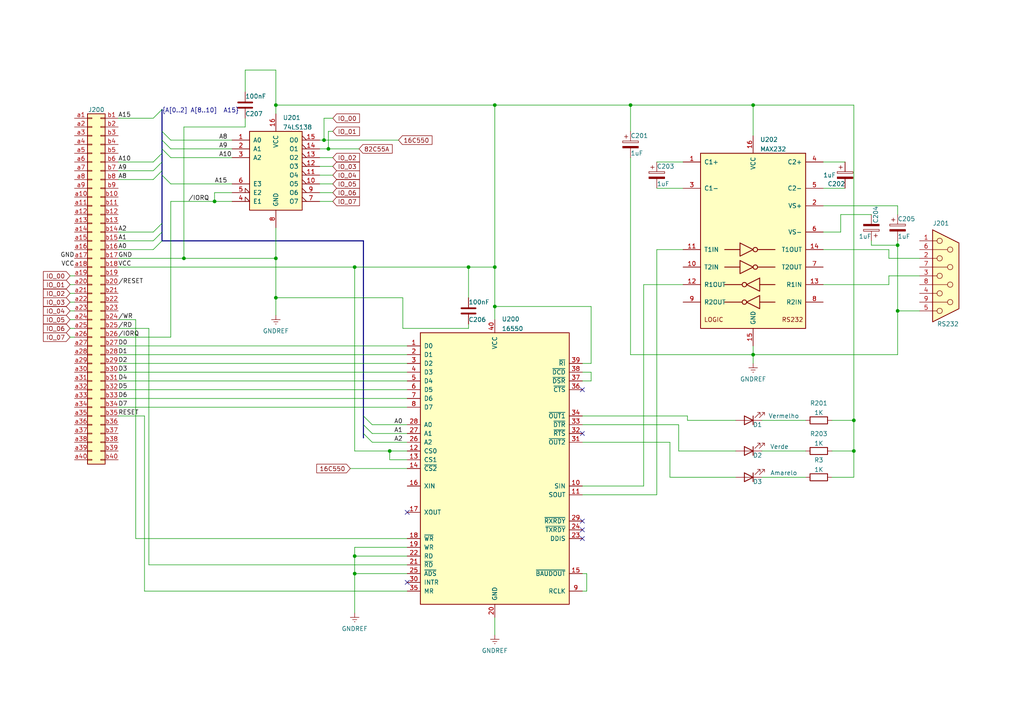
<source format=kicad_sch>
(kicad_sch (version 20211123) (generator eeschema)
  (paper "A4")
  (title_block (title "HMC56") (date "2024-02-11") (rev "A") (company "Open Software") (comment 1 "Retro computer HMC56 using R6502") (comment 2 "Paulo da Silva (pdsilva)") (comment 3 "ppsilv gmail com"))
  (lib_symbols
    (symbol "74xx:74LS138" (pin_names (offset 1.016))
      (property "Reference" "U" (at -7.62 11.43 0))
      (property "Value" "74LS138" (at -7.62 -13.97 0))
      (symbol "74LS138_1_0"
        (pin input line (at -12.7 7.62 0) (length 5.08) (name "A0") (number "1"))
        (pin output output_low (at 12.7 -5.08 180) (length 5.08) (name "O5") (number "10"))
        (pin output output_low (at 12.7 -2.54 180) (length 5.08) (name "O4") (number "11"))
        (pin output output_low (at 12.7 0 180) (length 5.08) (name "O3") (number "12"))
        (pin output output_low (at 12.7 2.54 180) (length 5.08) (name "O2") (number "13"))
        (pin output output_low (at 12.7 5.08 180) (length 5.08) (name "O1") (number "14"))
        (pin output output_low (at 12.7 7.62 180) (length 5.08) (name "O0") (number "15"))
        (pin power_in line (at 0 15.24 270) (length 5.08) (name "VCC") (number "16"))
        (pin input line (at -12.7 5.08 0) (length 5.08) (name "A1") (number "2"))
        (pin input line (at -12.7 2.54 0) (length 5.08) (name "A2") (number "3"))
        (pin input input_low (at -12.7 -10.16 0) (length 5.08) (name "E1") (number "4"))
        (pin input input_low (at -12.7 -7.62 0) (length 5.08) (name "E2") (number "5"))
        (pin input line (at -12.7 -5.08 0) (length 5.08) (name "E3") (number "6"))
        (pin output output_low (at 12.7 -10.16 180) (length 5.08) (name "O7") (number "7"))
        (pin power_in line (at 0 -17.78 90) (length 5.08) (name "GND") (number "8"))
        (pin output output_low (at 12.7 -7.62 180) (length 5.08) (name "O6") (number "9"))
      )
      (symbol "74LS138_1_1"
        (rectangle (start -7.62 10.16) (end 7.62 -12.7) (stroke (width 0.254)) (fill (type background)))
      )
    )
    (symbol "Connector:DB9_Female" (pin_names (offset 1.016) hide)
      (property "Reference" "J" (at 0 13.97 0))
      (property "Value" "DB9_Female" (at 0 -14.605 0))
      (symbol "DB9_Female_0_1"
        (circle (center -1.778 -10.16) (radius 0.762))
        (circle (center -1.778 -5.08) (radius 0.762))
        (circle (center -1.778 0) (radius 0.762))
        (circle (center -1.778 5.08) (radius 0.762))
        (circle (center -1.778 10.16) (radius 0.762))
        (polyline (pts (xy -3.81 -10.16) (xy -2.54 -10.16)))
        (polyline (pts (xy -3.81 -7.62) (xy 0.508 -7.62)))
        (polyline (pts (xy -3.81 -5.08) (xy -2.54 -5.08)))
        (polyline (pts (xy -3.81 -2.54) (xy 0.508 -2.54)))
        (polyline (pts (xy -3.81 0) (xy -2.54 0)))
        (polyline (pts (xy -3.81 2.54) (xy 0.508 2.54)))
        (polyline (pts (xy -3.81 5.08) (xy -2.54 5.08)))
        (polyline (pts (xy -3.81 7.62) (xy 0.508 7.62)))
        (polyline (pts (xy -3.81 10.16) (xy -2.54 10.16)))
        (polyline (pts (xy -3.81 13.335) (xy -3.81 -13.335) (xy 3.81 -9.525) (xy 3.81 9.525) (xy -3.81 13.335)) (stroke (width 0.254)) (fill (type background)))
        (circle (center 1.27 -7.62) (radius 0.762))
        (circle (center 1.27 -2.54) (radius 0.762))
        (circle (center 1.27 2.54) (radius 0.762))
        (circle (center 1.27 7.62) (radius 0.762))
      )
      (symbol "DB9_Female_1_1"
        (pin passive line (at -7.62 10.16 0) (length 3.81) (name "1") (number "1"))
        (pin passive line (at -7.62 5.08 0) (length 3.81) (name "2") (number "2"))
        (pin passive line (at -7.62 0 0) (length 3.81) (name "3") (number "3"))
        (pin passive line (at -7.62 -5.08 0) (length 3.81) (name "4") (number "4"))
        (pin passive line (at -7.62 -10.16 0) (length 3.81) (name "5") (number "5"))
        (pin passive line (at -7.62 7.62 0) (length 3.81) (name "6") (number "6"))
        (pin passive line (at -7.62 2.54 0) (length 3.81) (name "7") (number "7"))
        (pin passive line (at -7.62 -2.54 0) (length 3.81) (name "8") (number "8"))
        (pin passive line (at -7.62 -7.62 0) (length 3.81) (name "9") (number "9"))
      )
    )
    (symbol "Connector_Generic:Conn_02x40_Row_Letter_First" (pin_names (offset 1.016) hide)
      (property "Reference" "J" (at 1.27 50.8 0))
      (property "Value" "Conn_02x40_Row_Letter_First" (at 1.27 -53.34 0))
      (symbol "Conn_02x40_Row_Letter_First_1_1"
        (rectangle (start -1.27 -50.673) (end 0 -50.927) (stroke (width 0.1524)))
        (rectangle (start -1.27 -48.133) (end 0 -48.387) (stroke (width 0.1524)))
        (rectangle (start -1.27 -45.593) (end 0 -45.847) (stroke (width 0.1524)))
        (rectangle (start -1.27 -43.053) (end 0 -43.307) (stroke (width 0.1524)))
        (rectangle (start -1.27 -40.513) (end 0 -40.767) (stroke (width 0.1524)))
        (rectangle (start -1.27 -37.973) (end 0 -38.227) (stroke (width 0.1524)))
        (rectangle (start -1.27 -35.433) (end 0 -35.687) (stroke (width 0.1524)))
        (rectangle (start -1.27 -32.893) (end 0 -33.147) (stroke (width 0.1524)))
        (rectangle (start -1.27 -30.353) (end 0 -30.607) (stroke (width 0.1524)))
        (rectangle (start -1.27 -27.813) (end 0 -28.067) (stroke (width 0.1524)))
        (rectangle (start -1.27 -25.273) (end 0 -25.527) (stroke (width 0.1524)))
        (rectangle (start -1.27 -22.733) (end 0 -22.987) (stroke (width 0.1524)))
        (rectangle (start -1.27 -20.193) (end 0 -20.447) (stroke (width 0.1524)))
        (rectangle (start -1.27 -17.653) (end 0 -17.907) (stroke (width 0.1524)))
        (rectangle (start -1.27 -15.113) (end 0 -15.367) (stroke (width 0.1524)))
        (rectangle (start -1.27 -12.573) (end 0 -12.827) (stroke (width 0.1524)))
        (rectangle (start -1.27 -10.033) (end 0 -10.287) (stroke (width 0.1524)))
        (rectangle (start -1.27 -7.493) (end 0 -7.747) (stroke (width 0.1524)))
        (rectangle (start -1.27 -4.953) (end 0 -5.207) (stroke (width 0.1524)))
        (rectangle (start -1.27 -2.413) (end 0 -2.667) (stroke (width 0.1524)))
        (rectangle (start -1.27 0.127) (end 0 -0.127) (stroke (width 0.1524)))
        (rectangle (start -1.27 2.667) (end 0 2.413) (stroke (width 0.1524)))
        (rectangle (start -1.27 5.207) (end 0 4.953) (stroke (width 0.1524)))
        (rectangle (start -1.27 7.747) (end 0 7.493) (stroke (width 0.1524)))
        (rectangle (start -1.27 10.287) (end 0 10.033) (stroke (width 0.1524)))
        (rectangle (start -1.27 12.827) (end 0 12.573) (stroke (width 0.1524)))
        (rectangle (start -1.27 15.367) (end 0 15.113) (stroke (width 0.1524)))
        (rectangle (start -1.27 17.907) (end 0 17.653) (stroke (width 0.1524)))
        (rectangle (start -1.27 20.447) (end 0 20.193) (stroke (width 0.1524)))
        (rectangle (start -1.27 22.987) (end 0 22.733) (stroke (width 0.1524)))
        (rectangle (start -1.27 25.527) (end 0 25.273) (stroke (width 0.1524)))
        (rectangle (start -1.27 28.067) (end 0 27.813) (stroke (width 0.1524)))
        (rectangle (start -1.27 30.607) (end 0 30.353) (stroke (width 0.1524)))
        (rectangle (start -1.27 33.147) (end 0 32.893) (stroke (width 0.1524)))
        (rectangle (start -1.27 35.687) (end 0 35.433) (stroke (width 0.1524)))
        (rectangle (start -1.27 38.227) (end 0 37.973) (stroke (width 0.1524)))
        (rectangle (start -1.27 40.767) (end 0 40.513) (stroke (width 0.1524)))
        (rectangle (start -1.27 43.307) (end 0 43.053) (stroke (width 0.1524)))
        (rectangle (start -1.27 45.847) (end 0 45.593) (stroke (width 0.1524)))
        (rectangle (start -1.27 48.387) (end 0 48.133) (stroke (width 0.1524)))
        (rectangle (start -1.27 49.53) (end 3.81 -52.07) (stroke (width 0.254)) (fill (type background)))
        (rectangle (start 3.81 -50.673) (end 2.54 -50.927) (stroke (width 0.1524)))
        (rectangle (start 3.81 -48.133) (end 2.54 -48.387) (stroke (width 0.1524)))
        (rectangle (start 3.81 -45.593) (end 2.54 -45.847) (stroke (width 0.1524)))
        (rectangle (start 3.81 -43.053) (end 2.54 -43.307) (stroke (width 0.1524)))
        (rectangle (start 3.81 -40.513) (end 2.54 -40.767) (stroke (width 0.1524)))
        (rectangle (start 3.81 -37.973) (end 2.54 -38.227) (stroke (width 0.1524)))
        (rectangle (start 3.81 -35.433) (end 2.54 -35.687) (stroke (width 0.1524)))
        (rectangle (start 3.81 -32.893) (end 2.54 -33.147) (stroke (width 0.1524)))
        (rectangle (start 3.81 -30.353) (end 2.54 -30.607) (stroke (width 0.1524)))
        (rectangle (start 3.81 -27.813) (end 2.54 -28.067) (stroke (width 0.1524)))
        (rectangle (start 3.81 -25.273) (end 2.54 -25.527) (stroke (width 0.1524)))
        (rectangle (start 3.81 -22.733) (end 2.54 -22.987) (stroke (width 0.1524)))
        (rectangle (start 3.81 -20.193) (end 2.54 -20.447) (stroke (width 0.1524)))
        (rectangle (start 3.81 -17.653) (end 2.54 -17.907) (stroke (width 0.1524)))
        (rectangle (start 3.81 -15.113) (end 2.54 -15.367) (stroke (width 0.1524)))
        (rectangle (start 3.81 -12.573) (end 2.54 -12.827) (stroke (width 0.1524)))
        (rectangle (start 3.81 -10.033) (end 2.54 -10.287) (stroke (width 0.1524)))
        (rectangle (start 3.81 -7.493) (end 2.54 -7.747) (stroke (width 0.1524)))
        (rectangle (start 3.81 -4.953) (end 2.54 -5.207) (stroke (width 0.1524)))
        (rectangle (start 3.81 -2.413) (end 2.54 -2.667) (stroke (width 0.1524)))
        (rectangle (start 3.81 0.127) (end 2.54 -0.127) (stroke (width 0.1524)))
        (rectangle (start 3.81 2.667) (end 2.54 2.413) (stroke (width 0.1524)))
        (rectangle (start 3.81 5.207) (end 2.54 4.953) (stroke (width 0.1524)))
        (rectangle (start 3.81 7.747) (end 2.54 7.493) (stroke (width 0.1524)))
        (rectangle (start 3.81 10.287) (end 2.54 10.033) (stroke (width 0.1524)))
        (rectangle (start 3.81 12.827) (end 2.54 12.573) (stroke (width 0.1524)))
        (rectangle (start 3.81 15.367) (end 2.54 15.113) (stroke (width 0.1524)))
        (rectangle (start 3.81 17.907) (end 2.54 17.653) (stroke (width 0.1524)))
        (rectangle (start 3.81 20.447) (end 2.54 20.193) (stroke (width 0.1524)))
        (rectangle (start 3.81 22.987) (end 2.54 22.733) (stroke (width 0.1524)))
        (rectangle (start 3.81 25.527) (end 2.54 25.273) (stroke (width 0.1524)))
        (rectangle (start 3.81 28.067) (end 2.54 27.813) (stroke (width 0.1524)))
        (rectangle (start 3.81 30.607) (end 2.54 30.353) (stroke (width 0.1524)))
        (rectangle (start 3.81 33.147) (end 2.54 32.893) (stroke (width 0.1524)))
        (rectangle (start 3.81 35.687) (end 2.54 35.433) (stroke (width 0.1524)))
        (rectangle (start 3.81 38.227) (end 2.54 37.973) (stroke (width 0.1524)))
        (rectangle (start 3.81 40.767) (end 2.54 40.513) (stroke (width 0.1524)))
        (rectangle (start 3.81 43.307) (end 2.54 43.053) (stroke (width 0.1524)))
        (rectangle (start 3.81 45.847) (end 2.54 45.593) (stroke (width 0.1524)))
        (rectangle (start 3.81 48.387) (end 2.54 48.133) (stroke (width 0.1524)))
        (pin passive line (at -5.08 48.26 0) (length 3.81) (name "Pin_a1") (number "a1"))
        (pin passive line (at -5.08 25.4 0) (length 3.81) (name "Pin_a10") (number "a10"))
        (pin passive line (at -5.08 22.86 0) (length 3.81) (name "Pin_a11") (number "a11"))
        (pin passive line (at -5.08 20.32 0) (length 3.81) (name "Pin_a12") (number "a12"))
        (pin passive line (at -5.08 17.78 0) (length 3.81) (name "Pin_a13") (number "a13"))
        (pin passive line (at -5.08 15.24 0) (length 3.81) (name "Pin_a14") (number "a14"))
        (pin passive line (at -5.08 12.7 0) (length 3.81) (name "Pin_a15") (number "a15"))
        (pin passive line (at -5.08 10.16 0) (length 3.81) (name "Pin_a16") (number "a16"))
        (pin passive line (at -5.08 7.62 0) (length 3.81) (name "Pin_a17") (number "a17"))
        (pin passive line (at -5.08 5.08 0) (length 3.81) (name "Pin_a18") (number "a18"))
        (pin passive line (at -5.08 2.54 0) (length 3.81) (name "Pin_a19") (number "a19"))
        (pin passive line (at -5.08 45.72 0) (length 3.81) (name "Pin_a2") (number "a2"))
        (pin passive line (at -5.08 0 0) (length 3.81) (name "Pin_a20") (number "a20"))
        (pin passive line (at -5.08 -2.54 0) (length 3.81) (name "Pin_a21") (number "a21"))
        (pin passive line (at -5.08 -5.08 0) (length 3.81) (name "Pin_a22") (number "a22"))
        (pin passive line (at -5.08 -7.62 0) (length 3.81) (name "Pin_a23") (number "a23"))
        (pin passive line (at -5.08 -10.16 0) (length 3.81) (name "Pin_a24") (number "a24"))
        (pin passive line (at -5.08 -12.7 0) (length 3.81) (name "Pin_a25") (number "a25"))
        (pin passive line (at -5.08 -15.24 0) (length 3.81) (name "Pin_a26") (number "a26"))
        (pin passive line (at -5.08 -17.78 0) (length 3.81) (name "Pin_a27") (number "a27"))
        (pin passive line (at -5.08 -20.32 0) (length 3.81) (name "Pin_a28") (number "a28"))
        (pin passive line (at -5.08 -22.86 0) (length 3.81) (name "Pin_a29") (number "a29"))
        (pin passive line (at -5.08 43.18 0) (length 3.81) (name "Pin_a3") (number "a3"))
        (pin passive line (at -5.08 -25.4 0) (length 3.81) (name "Pin_a30") (number "a30"))
        (pin passive line (at -5.08 -27.94 0) (length 3.81) (name "Pin_a31") (number "a31"))
        (pin passive line (at -5.08 -30.48 0) (length 3.81) (name "Pin_a32") (number "a32"))
        (pin passive line (at -5.08 -33.02 0) (length 3.81) (name "Pin_a33") (number "a33"))
        (pin passive line (at -5.08 -35.56 0) (length 3.81) (name "Pin_a34") (number "a34"))
        (pin passive line (at -5.08 -38.1 0) (length 3.81) (name "Pin_a35") (number "a35"))
        (pin passive line (at -5.08 -40.64 0) (length 3.81) (name "Pin_a36") (number "a36"))
        (pin passive line (at -5.08 -43.18 0) (length 3.81) (name "Pin_a37") (number "a37"))
        (pin passive line (at -5.08 -45.72 0) (length 3.81) (name "Pin_a38") (number "a38"))
        (pin passive line (at -5.08 -48.26 0) (length 3.81) (name "Pin_a39") (number "a39"))
        (pin passive line (at -5.08 40.64 0) (length 3.81) (name "Pin_a4") (number "a4"))
        (pin passive line (at -5.08 -50.8 0) (length 3.81) (name "Pin_a40") (number "a40"))
        (pin passive line (at -5.08 38.1 0) (length 3.81) (name "Pin_a5") (number "a5"))
        (pin passive line (at -5.08 35.56 0) (length 3.81) (name "Pin_a6") (number "a6"))
        (pin passive line (at -5.08 33.02 0) (length 3.81) (name "Pin_a7") (number "a7"))
        (pin passive line (at -5.08 30.48 0) (length 3.81) (name "Pin_a8") (number "a8"))
        (pin passive line (at -5.08 27.94 0) (length 3.81) (name "Pin_a9") (number "a9"))
        (pin passive line (at 7.62 48.26 180) (length 3.81) (name "Pin_b1") (number "b1"))
        (pin passive line (at 7.62 25.4 180) (length 3.81) (name "Pin_b10") (number "b10"))
        (pin passive line (at 7.62 22.86 180) (length 3.81) (name "Pin_b11") (number "b11"))
        (pin passive line (at 7.62 20.32 180) (length 3.81) (name "Pin_b12") (number "b12"))
        (pin passive line (at 7.62 17.78 180) (length 3.81) (name "Pin_b13") (number "b13"))
        (pin passive line (at 7.62 15.24 180) (length 3.81) (name "Pin_b14") (number "b14"))
        (pin passive line (at 7.62 12.7 180) (length 3.81) (name "Pin_b15") (number "b15"))
        (pin passive line (at 7.62 10.16 180) (length 3.81) (name "Pin_b16") (number "b16"))
        (pin passive line (at 7.62 7.62 180) (length 3.81) (name "Pin_b17") (number "b17"))
        (pin passive line (at 7.62 5.08 180) (length 3.81) (name "Pin_b18") (number "b18"))
        (pin passive line (at 7.62 2.54 180) (length 3.81) (name "Pin_b19") (number "b19"))
        (pin passive line (at 7.62 45.72 180) (length 3.81) (name "Pin_b2") (number "b2"))
        (pin passive line (at 7.62 0 180) (length 3.81) (name "Pin_b20") (number "b20"))
        (pin passive line (at 7.62 -2.54 180) (length 3.81) (name "Pin_b21") (number "b21"))
        (pin passive line (at 7.62 -5.08 180) (length 3.81) (name "Pin_b22") (number "b22"))
        (pin passive line (at 7.62 -7.62 180) (length 3.81) (name "Pin_b23") (number "b23"))
        (pin passive line (at 7.62 -10.16 180) (length 3.81) (name "Pin_b24") (number "b24"))
        (pin passive line (at 7.62 -12.7 180) (length 3.81) (name "Pin_b25") (number "b25"))
        (pin passive line (at 7.62 -15.24 180) (length 3.81) (name "Pin_b26") (number "b26"))
        (pin passive line (at 7.62 -17.78 180) (length 3.81) (name "Pin_b27") (number "b27"))
        (pin passive line (at 7.62 -20.32 180) (length 3.81) (name "Pin_b28") (number "b28"))
        (pin passive line (at 7.62 -22.86 180) (length 3.81) (name "Pin_b29") (number "b29"))
        (pin passive line (at 7.62 43.18 180) (length 3.81) (name "Pin_b3") (number "b3"))
        (pin passive line (at 7.62 -25.4 180) (length 3.81) (name "Pin_b30") (number "b30"))
        (pin passive line (at 7.62 -27.94 180) (length 3.81) (name "Pin_b31") (number "b31"))
        (pin passive line (at 7.62 -30.48 180) (length 3.81) (name "Pin_b32") (number "b32"))
        (pin passive line (at 7.62 -33.02 180) (length 3.81) (name "Pin_b33") (number "b33"))
        (pin passive line (at 7.62 -35.56 180) (length 3.81) (name "Pin_b34") (number "b34"))
        (pin passive line (at 7.62 -38.1 180) (length 3.81) (name "Pin_b35") (number "b35"))
        (pin passive line (at 7.62 -40.64 180) (length 3.81) (name "Pin_b36") (number "b36"))
        (pin passive line (at 7.62 -43.18 180) (length 3.81) (name "Pin_b37") (number "b37"))
        (pin passive line (at 7.62 -45.72 180) (length 3.81) (name "Pin_b38") (number "b38"))
        (pin passive line (at 7.62 -48.26 180) (length 3.81) (name "Pin_b39") (number "b39"))
        (pin passive line (at 7.62 40.64 180) (length 3.81) (name "Pin_b4") (number "b4"))
        (pin passive line (at 7.62 -50.8 180) (length 3.81) (name "Pin_b40") (number "b40"))
        (pin passive line (at 7.62 38.1 180) (length 3.81) (name "Pin_b5") (number "b5"))
        (pin passive line (at 7.62 35.56 180) (length 3.81) (name "Pin_b6") (number "b6"))
        (pin passive line (at 7.62 33.02 180) (length 3.81) (name "Pin_b7") (number "b7"))
        (pin passive line (at 7.62 30.48 180) (length 3.81) (name "Pin_b8") (number "b8"))
        (pin passive line (at 7.62 27.94 180) (length 3.81) (name "Pin_b9") (number "b9"))
      )
    )
    (symbol "Device:C" (pin_numbers hide) (pin_names (offset 0.254))
      (property "Reference" "C" (at 0.635 2.54 0))
      (property "Value" "C" (at 0.635 -2.54 0))
      (symbol "C_0_1"
        (polyline (pts (xy -2.032 -0.762) (xy 2.032 -0.762)) (stroke (width 0.508)))
        (polyline (pts (xy -2.032 0.762) (xy 2.032 0.762)) (stroke (width 0.508)))
      )
      (symbol "C_1_1"
        (pin passive line (at 0 3.81 270) (length 2.794) (name "~") (number "1"))
        (pin passive line (at 0 -3.81 90) (length 2.794) (name "~") (number "2"))
      )
    )
    (symbol "Device:C_Polarized" (pin_numbers hide) (pin_names (offset 0.254))
      (property "Reference" "C" (at 0.635 2.54 0))
      (property "Value" "C_Polarized" (at 0.635 -2.54 0))
      (symbol "C_Polarized_0_1"
        (rectangle (start -2.286 0.508) (end 2.286 1.016))
        (polyline (pts (xy -1.778 2.286) (xy -0.762 2.286)))
        (polyline (pts (xy -1.27 2.794) (xy -1.27 1.778)))
        (rectangle (start 2.286 -0.508) (end -2.286 -1.016) (fill (type outline)))
      )
      (symbol "C_Polarized_1_1"
        (pin passive line (at 0 3.81 270) (length 2.794) (name "~") (number "1"))
        (pin passive line (at 0 -3.81 90) (length 2.794) (name "~") (number "2"))
      )
    )
    (symbol "Device:LED" (pin_numbers hide) (pin_names (offset 1.016) hide)
      (property "Reference" "D" (at 0 2.54 0))
      (property "Value" "LED" (at 0 -2.54 0))
      (symbol "LED_0_1"
        (polyline (pts (xy -1.27 -1.27) (xy -1.27 1.27)) (stroke (width 0.254)))
        (polyline (pts (xy -1.27 0) (xy 1.27 0)))
        (polyline (pts (xy 1.27 -1.27) (xy 1.27 1.27) (xy -1.27 0) (xy 1.27 -1.27)) (stroke (width 0.254)))
        (polyline (pts (xy -3.048 -0.762) (xy -4.572 -2.286) (xy -3.81 -2.286) (xy -4.572 -2.286) (xy -4.572 -1.524)))
        (polyline (pts (xy -1.778 -0.762) (xy -3.302 -2.286) (xy -2.54 -2.286) (xy -3.302 -2.286) (xy -3.302 -1.524)))
      )
      (symbol "LED_1_1"
        (pin passive line (at -3.81 0 0) (length 2.54) (name "K") (number "1"))
        (pin passive line (at 3.81 0 180) (length 2.54) (name "A") (number "2"))
      )
    )
    (symbol "Device:R" (pin_numbers hide) (pin_names (offset 0))
      (property "Reference" "R" (at 2.032 0 90))
      (property "Value" "R" (at 0 0 90))
      (symbol "R_0_1"
        (rectangle (start -1.016 -2.54) (end 1.016 2.54) (stroke (width 0.254)))
      )
      (symbol "R_1_1"
        (pin passive line (at 0 3.81 270) (length 1.27) (name "~") (number "1"))
        (pin passive line (at 0 -3.81 90) (length 1.27) (name "~") (number "2"))
      )
    )
    (symbol "Interface_UART:16550" (pin_names (offset 1.016))
      (property "Reference" "U" (at -21.59 40.64 0))
      (property "Value" "16550" (at 15.24 40.64 0))
      (symbol "16550_0_1"
        (rectangle (start -21.59 -39.37) (end 21.59 39.37) (stroke (width 0.254)) (fill (type background)))
      )
      (symbol "16550_1_1"
        (pin bidirectional line (at -25.4 35.56 0) (length 3.81) (name "D0") (number "1"))
        (pin input line (at 25.4 -5.08 180) (length 3.81) (name "SIN") (number "10"))
        (pin output line (at 25.4 -7.62 180) (length 3.81) (name "SOUT") (number "11"))
        (pin input line (at -25.4 5.08 0) (length 3.81) (name "CS0") (number "12"))
        (pin input line (at -25.4 2.54 0) (length 3.81) (name "CS1") (number "13"))
        (pin input line (at -25.4 0 0) (length 3.81) (name "~{CS2}") (number "14"))
        (pin output line (at 25.4 -30.48 180) (length 3.81) (name "~{BAUDOUT}") (number "15"))
        (pin input line (at -25.4 -5.08 0) (length 3.81) (name "XIN") (number "16"))
        (pin output line (at -25.4 -12.7 0) (length 3.81) (name "XOUT") (number "17"))
        (pin input line (at -25.4 -20.32 0) (length 3.81) (name "~{WR}") (number "18"))
        (pin input line (at -25.4 -22.86 0) (length 3.81) (name "WR") (number "19"))
        (pin bidirectional line (at -25.4 33.02 0) (length 3.81) (name "D1") (number "2"))
        (pin power_in line (at 0 -43.18 90) (length 3.81) (name "GND") (number "20"))
        (pin input line (at -25.4 -27.94 0) (length 3.81) (name "~{RD}") (number "21"))
        (pin input line (at -25.4 -25.4 0) (length 3.81) (name "RD") (number "22"))
        (pin output line (at 25.4 -20.32 180) (length 3.81) (name "DDIS") (number "23"))
        (pin output line (at 25.4 -17.78 180) (length 3.81) (name "~{TXRDY}") (number "24"))
        (pin input line (at -25.4 -30.48 0) (length 3.81) (name "~{ADS}") (number "25"))
        (pin input line (at -25.4 7.62 0) (length 3.81) (name "A2") (number "26"))
        (pin input line (at -25.4 10.16 0) (length 3.81) (name "A1") (number "27"))
        (pin input line (at -25.4 12.7 0) (length 3.81) (name "A0") (number "28"))
        (pin output line (at 25.4 -15.24 180) (length 3.81) (name "~{RXRDY}") (number "29"))
        (pin bidirectional line (at -25.4 30.48 0) (length 3.81) (name "D2") (number "3"))
        (pin output line (at -25.4 -33.02 0) (length 3.81) (name "INTR") (number "30"))
        (pin output line (at 25.4 7.62 180) (length 3.81) (name "~{OUT2}") (number "31"))
        (pin output line (at 25.4 10.16 180) (length 3.81) (name "~{RTS}") (number "32"))
        (pin output line (at 25.4 12.7 180) (length 3.81) (name "~{DTR}") (number "33"))
        (pin output line (at 25.4 15.24 180) (length 3.81) (name "~{OUT1}") (number "34"))
        (pin input line (at -25.4 -35.56 0) (length 3.81) (name "MR") (number "35"))
        (pin input line (at 25.4 22.86 180) (length 3.81) (name "~{CTS}") (number "36"))
        (pin input line (at 25.4 25.4 180) (length 3.81) (name "~{DSR}") (number "37"))
        (pin input line (at 25.4 27.94 180) (length 3.81) (name "~{DCD}") (number "38"))
        (pin input line (at 25.4 30.48 180) (length 3.81) (name "~{RI}") (number "39"))
        (pin bidirectional line (at -25.4 27.94 0) (length 3.81) (name "D3") (number "4"))
        (pin power_in line (at 0 43.18 270) (length 3.81) (name "VCC") (number "40"))
        (pin bidirectional line (at -25.4 25.4 0) (length 3.81) (name "D4") (number "5"))
        (pin bidirectional line (at -25.4 22.86 0) (length 3.81) (name "D5") (number "6"))
        (pin bidirectional line (at -25.4 20.32 0) (length 3.81) (name "D6") (number "7"))
        (pin bidirectional line (at -25.4 17.78 0) (length 3.81) (name "D7") (number "8"))
        (pin input line (at 25.4 -35.56 180) (length 3.81) (name "RCLK") (number "9"))
      )
    )
    (symbol "Interface_UART:MAX232" (pin_names (offset 1.016))
      (property "Reference" "U" (at -2.54 28.575 0))
      (property "Value" "MAX232" (at -2.54 26.67 0))
      (symbol "MAX232_0_0"
        (text "LOGIC" (at -11.43 -22.86 0) (effects (font (size 1.27 1.27))))
        (text "RS232" (at 11.43 -22.86 0) (effects (font (size 1.27 1.27))))
      )
      (symbol "MAX232_0_1"
        (rectangle (start -15.24 -25.4) (end 15.24 25.4) (stroke (width 0.254)) (fill (type background)))
        (circle (center -2.54 -17.78) (radius 0.635) (stroke (width 0.254)))
        (circle (center -2.54 -12.7) (radius 0.635) (stroke (width 0.254)))
        (polyline (pts (xy -3.81 -7.62) (xy -8.255 -7.62)) (stroke (width 0.254)))
        (polyline (pts (xy -3.81 -2.54) (xy -8.255 -2.54)) (stroke (width 0.254)))
        (polyline (pts (xy -3.175 -17.78) (xy -8.255 -17.78)) (stroke (width 0.254)))
        (polyline (pts (xy -3.175 -12.7) (xy -8.255 -12.7)) (stroke (width 0.254)))
        (polyline (pts (xy 1.27 -7.62) (xy 6.35 -7.62)) (stroke (width 0.254)))
        (polyline (pts (xy 1.27 -2.54) (xy 6.35 -2.54)) (stroke (width 0.254)))
        (polyline (pts (xy 1.905 -17.78) (xy 6.35 -17.78)) (stroke (width 0.254)))
        (polyline (pts (xy 1.905 -12.7) (xy 6.35 -12.7)) (stroke (width 0.254)))
        (polyline (pts (xy -3.81 -5.715) (xy -3.81 -9.525) (xy 0 -7.62) (xy -3.81 -5.715)) (stroke (width 0.254)))
        (polyline (pts (xy -3.81 -0.635) (xy -3.81 -4.445) (xy 0 -2.54) (xy -3.81 -0.635)) (stroke (width 0.254)))
        (polyline (pts (xy 1.905 -15.875) (xy 1.905 -19.685) (xy -1.905 -17.78) (xy 1.905 -15.875)) (stroke (width 0.254)))
        (polyline (pts (xy 1.905 -10.795) (xy 1.905 -14.605) (xy -1.905 -12.7) (xy 1.905 -10.795)) (stroke (width 0.254)))
        (circle (center 0.635 -7.62) (radius 0.635) (stroke (width 0.254)))
        (circle (center 0.635 -2.54) (radius 0.635) (stroke (width 0.254)))
      )
      (symbol "MAX232_1_1"
        (pin passive line (at -20.32 22.86 0) (length 5.08) (name "C1+") (number "1"))
        (pin input line (at -20.32 -7.62 0) (length 5.08) (name "T2IN") (number "10"))
        (pin input line (at -20.32 -2.54 0) (length 5.08) (name "T1IN") (number "11"))
        (pin output line (at -20.32 -12.7 0) (length 5.08) (name "R1OUT") (number "12"))
        (pin input line (at 20.32 -12.7 180) (length 5.08) (name "R1IN") (number "13"))
        (pin output line (at 20.32 -2.54 180) (length 5.08) (name "T1OUT") (number "14"))
        (pin power_in line (at 0 -30.48 90) (length 5.08) (name "GND") (number "15"))
        (pin power_in line (at 0 30.48 270) (length 5.08) (name "VCC") (number "16"))
        (pin power_out line (at 20.32 10.16 180) (length 5.08) (name "VS+") (number "2"))
        (pin passive line (at -20.32 15.24 0) (length 5.08) (name "C1-") (number "3"))
        (pin passive line (at 20.32 22.86 180) (length 5.08) (name "C2+") (number "4"))
        (pin passive line (at 20.32 15.24 180) (length 5.08) (name "C2-") (number "5"))
        (pin power_out line (at 20.32 2.54 180) (length 5.08) (name "VS-") (number "6"))
        (pin output line (at 20.32 -7.62 180) (length 5.08) (name "T2OUT") (number "7"))
        (pin input line (at 20.32 -17.78 180) (length 5.08) (name "R2IN") (number "8"))
        (pin output line (at -20.32 -17.78 0) (length 5.08) (name "R2OUT") (number "9"))
      )
    )
    (symbol "power:GNDREF" (power) (pin_names (offset 0))
      (property "Value" "GNDREF" (at 0 -3.81 0))
      (symbol "GNDREF_0_1"
        (polyline (pts (xy -0.635 -1.905) (xy 0.635 -1.905)))
        (polyline (pts (xy -0.127 -2.54) (xy 0.127 -2.54)))
        (polyline (pts (xy 0 -1.27) (xy 0 0)))
        (polyline (pts (xy 1.27 -1.27) (xy -1.27 -1.27)))
      )
      (symbol "GNDREF_1_1"
        (pin power_in line (at 0 0 270) (length 0) hide (name "GNDREF") (number "1"))
      )
    )
  )
  (junction (at 247.65 130.81))
  (junction (at 143.51 77.47))
  (junction (at 247.65 121.92))
  (junction (at 143.51 30.48))
  (junction (at 53.34 74.93))
  (junction (at 80.01 30.48))
  (junction (at 143.51 88.9))
  (junction (at 102.87 166.37))
  (junction (at 62.23 58.42))
  (junction (at 182.88 30.48))
  (junction (at 218.44 102.87))
  (junction (at 80.01 86.36))
  (junction (at 260.35 71.12))
  (junction (at 218.44 30.48))
  (junction (at 93.98 40.64))
  (junction (at 102.87 161.29))
  (junction (at 260.35 90.17))
  (junction (at 102.87 77.47))
  (junction (at 95.25 43.18))
  (junction (at 113.03 130.81))
  (junction (at 80.01 74.93))
  (junction (at 135.89 77.47))
  (no_connect (at 118.11 148.59))
  (no_connect (at 168.91 125.73))
  (no_connect (at 168.91 113.03))
  (no_connect (at 168.91 156.21))
  (no_connect (at 168.91 153.67))
  (no_connect (at 168.91 151.13))
  (no_connect (at 118.11 168.91))
  (bus_entry (at 105.41 123.19) (size 2.54 2.54))
  (bus_entry (at 46.99 31.75) (size -2.54 2.54))
  (bus_entry (at 46.99 50.8) (size 2.54 2.54))
  (bus_entry (at 46.99 46.99) (size -2.54 2.54))
  (bus_entry (at 46.99 44.45) (size -2.54 2.54))
  (bus_entry (at 46.99 49.53) (size -2.54 2.54))
  (bus_entry (at 46.99 40.64) (size 2.54 2.54))
  (bus_entry (at 105.41 125.73) (size 2.54 2.54))
  (bus_entry (at 46.99 38.1) (size 2.54 2.54))
  (bus_entry (at 46.99 67.31) (size -2.54 2.54))
  (bus_entry (at 46.99 43.18) (size 2.54 2.54))
  (bus_entry (at 46.99 69.85) (size -2.54 2.54))
  (bus_entry (at 46.99 64.77) (size -2.54 2.54))
  (bus_entry (at 105.41 120.65) (size 2.54 2.54))
  (wire (pts (xy 116.84 86.36) (xy 80.01 86.36)))
  (wire (pts (xy 102.87 166.37) (xy 102.87 177.8)))
  (wire (pts (xy 238.76 82.55) (xy 257.81 82.55)))
  (wire (pts (xy 93.98 34.29) (xy 93.98 40.64)))
  (wire (pts (xy 199.39 121.92) (xy 213.36 121.92)))
  (wire (pts (xy 143.51 88.9) (xy 171.45 88.9)))
  (wire (pts (xy 247.65 121.92) (xy 247.65 130.81)))
  (wire (pts (xy 257.81 80.01) (xy 266.7 80.01)))
  (wire (pts (xy 43.18 163.83) (xy 118.11 163.83)))
  (wire (pts (xy 95.25 43.18) (xy 104.14 43.18)))
  (wire (pts (xy 182.88 102.87) (xy 218.44 102.87)))
  (wire (pts (xy 143.51 92.71) (xy 143.51 88.9)))
  (bus (pts (xy 46.99 38.1) (xy 46.99 40.64)))
  (wire (pts (xy 194.31 138.43) (xy 213.36 138.43)))
  (wire (pts (xy 182.88 30.48) (xy 182.88 38.1)))
  (bus (pts (xy 46.99 67.31) (xy 46.99 69.85)))
  (wire (pts (xy 252.73 69.85) (xy 252.73 71.12)))
  (wire (pts (xy 41.91 120.65) (xy 34.29 120.65)))
  (wire (pts (xy 218.44 102.87) (xy 260.35 102.87)))
  (wire (pts (xy 143.51 179.07) (xy 143.51 184.15)))
  (wire (pts (xy 39.37 92.71) (xy 39.37 156.21)))
  (wire (pts (xy 190.5 46.99) (xy 198.12 46.99)))
  (bus (pts (xy 46.99 69.85) (xy 105.41 69.85)))
  (wire (pts (xy 266.7 90.17) (xy 260.35 90.17)))
  (wire (pts (xy 95.25 38.1) (xy 95.25 43.18)))
  (wire (pts (xy 71.12 36.83) (xy 53.34 36.83)))
  (wire (pts (xy 92.71 53.34) (xy 96.52 53.34)))
  (wire (pts (xy 20.32 87.63) (xy 21.59 87.63)))
  (wire (pts (xy 190.5 72.39) (xy 198.12 72.39)))
  (wire (pts (xy 49.53 97.79) (xy 49.53 58.42)))
  (wire (pts (xy 190.5 143.51) (xy 190.5 72.39)))
  (wire (pts (xy 34.29 34.29) (xy 44.45 34.29)))
  (wire (pts (xy 218.44 100.33) (xy 218.44 102.87)))
  (wire (pts (xy 238.76 54.61) (xy 245.11 54.61)))
  (wire (pts (xy 118.11 161.29) (xy 102.87 161.29)))
  (wire (pts (xy 20.32 82.55) (xy 21.59 82.55)))
  (wire (pts (xy 92.71 45.72) (xy 96.52 45.72)))
  (wire (pts (xy 171.45 105.41) (xy 171.45 88.9)))
  (wire (pts (xy 199.39 120.65) (xy 199.39 121.92)))
  (wire (pts (xy 102.87 166.37) (xy 118.11 166.37)))
  (wire (pts (xy 168.91 105.41) (xy 171.45 105.41)))
  (wire (pts (xy 220.98 121.92) (xy 233.68 121.92)))
  (wire (pts (xy 118.11 130.81) (xy 113.03 130.81)))
  (wire (pts (xy 170.18 166.37) (xy 170.18 171.45)))
  (wire (pts (xy 168.91 166.37) (xy 170.18 166.37)))
  (wire (pts (xy 218.44 30.48) (xy 247.65 30.48)))
  (wire (pts (xy 196.85 130.81) (xy 213.36 130.81)))
  (wire (pts (xy 243.84 67.31) (xy 238.76 67.31)))
  (bus (pts (xy 46.99 64.77) (xy 46.99 67.31)))
  (wire (pts (xy 34.29 95.25) (xy 43.18 95.25)))
  (wire (pts (xy 257.81 74.93) (xy 266.7 74.93)))
  (wire (pts (xy 143.51 30.48) (xy 182.88 30.48)))
  (wire (pts (xy 194.31 128.27) (xy 194.31 138.43)))
  (wire (pts (xy 182.88 30.48) (xy 218.44 30.48)))
  (wire (pts (xy 168.91 140.97) (xy 186.69 140.97)))
  (wire (pts (xy 34.29 92.71) (xy 39.37 92.71)))
  (wire (pts (xy 62.23 58.42) (xy 67.31 58.42)))
  (wire (pts (xy 34.29 105.41) (xy 118.11 105.41)))
  (wire (pts (xy 218.44 102.87) (xy 218.44 105.41)))
  (wire (pts (xy 92.71 43.18) (xy 95.25 43.18)))
  (wire (pts (xy 116.84 95.25) (xy 116.84 86.36)))
  (wire (pts (xy 135.89 77.47) (xy 143.51 77.47)))
  (wire (pts (xy 113.03 133.35) (xy 113.03 130.81)))
  (wire (pts (xy 186.69 140.97) (xy 186.69 82.55)))
  (wire (pts (xy 96.52 34.29) (xy 93.98 34.29)))
  (wire (pts (xy 252.73 71.12) (xy 260.35 71.12)))
  (wire (pts (xy 102.87 158.75) (xy 102.87 161.29)))
  (wire (pts (xy 143.51 30.48) (xy 143.51 77.47)))
  (wire (pts (xy 92.71 50.8) (xy 96.52 50.8)))
  (wire (pts (xy 92.71 48.26) (xy 96.52 48.26)))
  (bus (pts (xy 105.41 120.65) (xy 105.41 123.19)))
  (wire (pts (xy 93.98 40.64) (xy 115.57 40.64)))
  (wire (pts (xy 247.65 138.43) (xy 247.65 130.81)))
  (wire (pts (xy 182.88 45.72) (xy 182.88 102.87)))
  (wire (pts (xy 118.11 158.75) (xy 102.87 158.75)))
  (bus (pts (xy 46.99 49.53) (xy 46.99 50.8)))
  (wire (pts (xy 49.53 40.64) (xy 67.31 40.64)))
  (wire (pts (xy 34.29 110.49) (xy 118.11 110.49)))
  (wire (pts (xy 186.69 82.55) (xy 198.12 82.55)))
  (wire (pts (xy 260.35 59.69) (xy 260.35 62.23)))
  (wire (pts (xy 34.29 46.99) (xy 44.45 46.99)))
  (wire (pts (xy 168.91 120.65) (xy 199.39 120.65)))
  (wire (pts (xy 238.76 72.39) (xy 257.81 72.39)))
  (wire (pts (xy 238.76 46.99) (xy 245.11 46.99)))
  (wire (pts (xy 220.98 138.43) (xy 233.68 138.43)))
  (wire (pts (xy 34.29 67.31) (xy 44.45 67.31)))
  (wire (pts (xy 34.29 52.07) (xy 44.45 52.07)))
  (wire (pts (xy 34.29 77.47) (xy 102.87 77.47)))
  (wire (pts (xy 102.87 130.81) (xy 102.87 77.47)))
  (wire (pts (xy 241.3 121.92) (xy 247.65 121.92)))
  (wire (pts (xy 247.65 130.81) (xy 241.3 130.81)))
  (wire (pts (xy 39.37 156.21) (xy 118.11 156.21)))
  (wire (pts (xy 80.01 33.02) (xy 80.01 30.48)))
  (wire (pts (xy 20.32 90.17) (xy 21.59 90.17)))
  (wire (pts (xy 143.51 88.9) (xy 143.51 77.47)))
  (wire (pts (xy 34.29 69.85) (xy 44.45 69.85)))
  (wire (pts (xy 20.32 85.09) (xy 21.59 85.09)))
  (wire (pts (xy 190.5 54.61) (xy 198.12 54.61)))
  (wire (pts (xy 196.85 123.19) (xy 196.85 130.81)))
  (wire (pts (xy 135.89 77.47) (xy 135.89 86.36)))
  (wire (pts (xy 53.34 36.83) (xy 53.34 74.93)))
  (wire (pts (xy 34.29 113.03) (xy 118.11 113.03)))
  (wire (pts (xy 102.87 77.47) (xy 135.89 77.47)))
  (wire (pts (xy 218.44 30.48) (xy 218.44 39.37)))
  (wire (pts (xy 34.29 74.93) (xy 53.34 74.93)))
  (wire (pts (xy 96.52 38.1) (xy 95.25 38.1)))
  (wire (pts (xy 62.23 55.88) (xy 62.23 58.42)))
  (wire (pts (xy 71.12 34.29) (xy 71.12 36.83)))
  (wire (pts (xy 241.3 138.43) (xy 247.65 138.43)))
  (wire (pts (xy 135.89 93.98) (xy 135.89 95.25)))
  (wire (pts (xy 238.76 59.69) (xy 260.35 59.69)))
  (wire (pts (xy 118.11 133.35) (xy 113.03 133.35)))
  (wire (pts (xy 107.95 125.73) (xy 118.11 125.73)))
  (wire (pts (xy 92.71 58.42) (xy 96.52 58.42)))
  (wire (pts (xy 168.91 143.51) (xy 190.5 143.51)))
  (bus (pts (xy 105.41 123.19) (xy 105.41 125.73)))
  (wire (pts (xy 168.91 171.45) (xy 170.18 171.45)))
  (wire (pts (xy 71.12 26.67) (xy 71.12 20.32)))
  (bus (pts (xy 46.99 44.45) (xy 46.99 46.99)))
  (wire (pts (xy 20.32 95.25) (xy 21.59 95.25)))
  (wire (pts (xy 49.53 45.72) (xy 67.31 45.72)))
  (wire (pts (xy 49.53 58.42) (xy 62.23 58.42)))
  (wire (pts (xy 168.91 123.19) (xy 196.85 123.19)))
  (wire (pts (xy 102.87 161.29) (xy 102.87 166.37)))
  (wire (pts (xy 168.91 128.27) (xy 194.31 128.27)))
  (wire (pts (xy 34.29 107.95) (xy 118.11 107.95)))
  (wire (pts (xy 252.73 62.23) (xy 243.84 62.23)))
  (wire (pts (xy 107.95 123.19) (xy 118.11 123.19)))
  (wire (pts (xy 41.91 171.45) (xy 118.11 171.45)))
  (wire (pts (xy 135.89 95.25) (xy 116.84 95.25)))
  (wire (pts (xy 20.32 97.79) (xy 21.59 97.79)))
  (wire (pts (xy 80.01 86.36) (xy 80.01 91.44)))
  (wire (pts (xy 80.01 20.32) (xy 80.01 30.48)))
  (wire (pts (xy 260.35 90.17) (xy 260.35 102.87)))
  (wire (pts (xy 171.45 107.95) (xy 171.45 110.49)))
  (bus (pts (xy 46.99 43.18) (xy 46.99 44.45)))
  (wire (pts (xy 260.35 69.85) (xy 260.35 71.12)))
  (wire (pts (xy 168.91 107.95) (xy 171.45 107.95)))
  (wire (pts (xy 260.35 71.12) (xy 260.35 90.17)))
  (wire (pts (xy 34.29 97.79) (xy 49.53 97.79)))
  (wire (pts (xy 20.32 92.71) (xy 21.59 92.71)))
  (wire (pts (xy 34.29 118.11) (xy 118.11 118.11)))
  (wire (pts (xy 34.29 49.53) (xy 44.45 49.53)))
  (wire (pts (xy 80.01 30.48) (xy 143.51 30.48)))
  (wire (pts (xy 34.29 72.39) (xy 44.45 72.39)))
  (wire (pts (xy 80.01 74.93) (xy 80.01 86.36)))
  (wire (pts (xy 49.53 43.18) (xy 67.31 43.18)))
  (wire (pts (xy 43.18 95.25) (xy 43.18 163.83)))
  (wire (pts (xy 67.31 55.88) (xy 62.23 55.88)))
  (bus (pts (xy 46.99 31.75) (xy 46.99 38.1)))
  (wire (pts (xy 92.71 40.64) (xy 93.98 40.64)))
  (wire (pts (xy 101.6 135.89) (xy 118.11 135.89)))
  (wire (pts (xy 107.95 128.27) (xy 118.11 128.27)))
  (wire (pts (xy 41.91 171.45) (xy 41.91 120.65)))
  (bus (pts (xy 46.99 46.99) (xy 46.99 49.53)))
  (wire (pts (xy 20.32 80.01) (xy 21.59 80.01)))
  (wire (pts (xy 80.01 66.04) (xy 80.01 74.93)))
  (wire (pts (xy 34.29 102.87) (xy 118.11 102.87)))
  (wire (pts (xy 92.71 55.88) (xy 96.52 55.88)))
  (bus (pts (xy 105.41 125.73) (xy 105.41 127)))
  (wire (pts (xy 257.81 82.55) (xy 257.81 80.01)))
  (wire (pts (xy 220.98 130.81) (xy 233.68 130.81)))
  (wire (pts (xy 34.29 100.33) (xy 118.11 100.33)))
  (wire (pts (xy 113.03 130.81) (xy 102.87 130.81)))
  (wire (pts (xy 34.29 115.57) (xy 118.11 115.57)))
  (wire (pts (xy 53.34 74.93) (xy 80.01 74.93)))
  (bus (pts (xy 46.99 40.64) (xy 46.99 43.18)))
  (bus (pts (xy 46.99 50.8) (xy 46.99 64.77)))
  (bus (pts (xy 105.41 69.85) (xy 105.41 120.65)))
  (wire (pts (xy 49.53 53.34) (xy 67.31 53.34)))
  (wire (pts (xy 71.12 20.32) (xy 80.01 20.32)))
  (wire (pts (xy 247.65 30.48) (xy 247.65 121.92)))
  (wire (pts (xy 171.45 110.49) (xy 168.91 110.49)))
  (wire (pts (xy 257.81 72.39) (xy 257.81 74.93)))
  (wire (pts (xy 243.84 62.23) (xy 243.84 67.31)))
  (label "A2" (at 34.29 67.31 0))
  (label "D7" (at 34.29 118.11 0))
  (label "{slash}RD" (at 34.29 95.25 0))
  (label "A8" (at 63.5 40.64 0))
  (label "A8" (at 34.29 52.07 0))
  (label "D5" (at 34.29 113.03 0))
  (label "{slash}IORQ" (at 54.61 58.42 0))
  (label "{A[0..2] A[8..10]  A15}" (at 46.99 33.02 0))
  (label "RESET" (at 34.29 120.65 0))
  (label "D3" (at 34.29 107.95 0))
  (label "GND" (at 21.59 74.93 180))
  (label "A15" (at 62.23 53.34 0))
  (label "A2" (at 114.3 128.27 0))
  (label "D6" (at 34.29 115.57 0))
  (label "VCC" (at 34.29 77.47 0))
  (label "A10" (at 34.29 46.99 0))
  (label "{slash}RESET" (at 34.29 82.55 0))
  (label "A10" (at 63.5 45.72 0))
  (label "A15" (at 34.29 34.29 0))
  (label "A0" (at 34.29 72.39 0))
  (label "A1" (at 34.29 69.85 0))
  (label "D1" (at 34.29 102.87 0))
  (label "A1" (at 114.3 125.73 0))
  (label "{slash}IORQ" (at 34.29 97.79 0))
  (label "A0" (at 114.3 123.19 0))
  (label "{slash}WR" (at 34.29 92.71 0))
  (label "D2" (at 34.29 105.41 0))
  (label "A9" (at 63.5 43.18 0))
  (label "A9" (at 34.29 49.53 0))
  (label "D0" (at 34.29 100.33 0))
  (label "VCC" (at 21.59 77.47 180))
  (label "D4" (at 34.29 110.49 0))
  (label "GND" (at 34.29 74.93 0))
  (global_label "IO_07" (shape input) (at 96.52 58.42 0) (property "Intersheet References" "${INTERSHEET_REFS}" (effects hide)))
  (global_label "16C550" (shape input) (at 115.57 40.64 0) (property "Intersheet References" "${INTERSHEET_REFS}" (effects hide)))
  (global_label "IO_03" (shape input) (at 96.52 48.26 0) (property "Intersheet References" "${INTERSHEET_REFS}" (effects hide)))
  (global_label "IO_00" (shape input) (at 20.32 80.01 180) (property "Intersheet References" "${INTERSHEET_REFS}" (effects hide)))
  (global_label "IO_01" (shape input) (at 20.32 82.55 180) (property "Intersheet References" "${INTERSHEET_REFS}" (effects hide)))
  (global_label "16C550" (shape input) (at 101.6 135.89 180) (property "Intersheet References" "${INTERSHEET_REFS}" (effects hide)))
  (global_label "IO_05" (shape input) (at 20.32 92.71 180) (property "Intersheet References" "${INTERSHEET_REFS}" (effects hide)))
  (global_label "IO_02" (shape input) (at 96.52 45.72 0) (property "Intersheet References" "${INTERSHEET_REFS}" (effects hide)))
  (global_label "82C55A" (shape input) (at 104.14 43.18 0) (property "Intersheet References" "${INTERSHEET_REFS}" (effects hide)))
  (global_label "IO_03" (shape input) (at 20.32 87.63 180) (property "Intersheet References" "${INTERSHEET_REFS}" (effects hide)))
  (global_label "IO_07" (shape input) (at 20.32 97.79 180) (property "Intersheet References" "${INTERSHEET_REFS}" (effects hide)))
  (global_label "IO_00" (shape input) (at 96.52 34.29 0) (property "Intersheet References" "${INTERSHEET_REFS}" (effects hide)))
  (global_label "IO_05" (shape input) (at 96.52 53.34 0) (property "Intersheet References" "${INTERSHEET_REFS}" (effects hide)))
  (global_label "IO_06" (shape input) (at 96.52 55.88 0) (property "Intersheet References" "${INTERSHEET_REFS}" (effects hide)))
  (global_label "IO_01" (shape input) (at 96.52 38.1 0) (property "Intersheet References" "${INTERSHEET_REFS}" (effects hide)))
  (global_label "IO_04" (shape input) (at 20.32 90.17 180) (property "Intersheet References" "${INTERSHEET_REFS}" (effects hide)))
  (global_label "IO_02" (shape input) (at 20.32 85.09 180) (property "Intersheet References" "${INTERSHEET_REFS}" (effects hide)))
  (global_label "IO_06" (shape input) (at 20.32 95.25 180) (property "Intersheet References" "${INTERSHEET_REFS}" (effects hide)))
  (global_label "IO_04" (shape input) (at 96.52 50.8 0) (property "Intersheet References" "${INTERSHEET_REFS}" (effects hide)))
  (symbol (lib_id "Device:C") (at 71.12 30.48 0) (unit 1)
    (property "Reference" "C207" (at 71.12 33.02 0) (effects (justify left)))
    (property "Value" "100nF" (at 71.12 27.94 0) (effects (justify left)))
  )
  (symbol (lib_id "Connector_Generic:Conn_02x40_Row_Letter_First") (at 26.67 82.55 0) (unit 1)
    (property "Reference" "J200" (at 27.94 31.8285 0))
    (property "Value" "Conn_02x40_Row_Letter_First" (effects hide))
  )
  (symbol (lib_id "power:GNDREF") (at 102.87 177.8 0) (unit 1)
    (property "Reference" "#PWR0118" (effects hide))
    (property "Value" "GNDREF" (at 102.87 182.3625 0))
  )
  (symbol (lib_id "Device:R") (at 237.49 138.43 90) (unit 1)
    (property "Reference" "R3" (at 237.49 133.4475 90))
    (property "Value" "1K" (at 237.49 136.2226 90))
  )
  (symbol (lib_id "Device:C") (at 135.89 90.17 0) (unit 1)
    (property "Reference" "C206" (at 135.89 92.71 0) (effects (justify left)))
    (property "Value" "100nF" (at 135.89 87.63 0) (effects (justify left)))
  )
  (symbol (lib_id "Device:C_Polarized") (at 260.35 66.04 0) (unit 1)
    (property "Reference" "C205" (at 260.35 63.5 0) (effects (justify left)))
    (property "Value" "1uF" (at 260.35 68.58 0) (effects (justify left)))
  )
  (symbol (lib_id "Device:R") (at 237.49 130.81 90) (unit 1)
    (property "Reference" "R203" (at 237.49 125.8275 90))
    (property "Value" "1K" (at 237.49 128.6026 90))
  )
  (symbol (lib_id "power:GNDREF") (at 80.01 91.44 0) (unit 1)
    (property "Reference" "#PWR0119" (effects hide))
    (property "Value" "GNDREF" (at 80.01 96.0025 0))
  )
  (symbol (lib_id "power:GNDREF") (at 143.51 184.15 0) (unit 1)
    (property "Reference" "#PWR0120" (effects hide))
    (property "Value" "GNDREF" (at 143.51 188.7125 0))
  )
  (symbol (lib_id "Device:C_Polarized") (at 252.73 66.04 180) (unit 1)
    (property "Reference" "C204" (at 254 59.69 90) (effects (justify left)))
    (property "Value" "1uF" (at 252.73 68.58 0) (effects (justify left)))
  )
  (symbol (lib_id "74xx:74LS138") (at 80.01 48.26 0) (unit 1)
    (property "Reference" "U201" (at 82.0294 34.1335 0) (effects (justify left)))
    (property "Value" "74LS138" (at 82.0294 36.9086 0) (effects (justify left)))
    (property "Datasheet" "http://www.ti.com/lit/gpn/sn74LS138" (effects hide))
  )
  (symbol (lib_id "Interface_UART:MAX232") (at 218.44 69.85 0) (unit 1)
    (property "Reference" "U202" (at 220.4594 40.4835 0) (effects (justify left)))
    (property "Value" "MAX232" (at 220.4594 43.2586 0) (effects (justify left)))
    (property "Datasheet" "http://www.ti.com/lit/ds/symlink/max232.pdf" (effects hide))
  )
  (symbol (lib_id "Device:C_Polarized") (at 182.88 41.91 0) (unit 1)
    (property "Reference" "C201" (at 182.88 39.37 0) (effects (justify left)))
    (property "Value" "1uF" (at 182.88 44.45 0) (effects (justify left)))
  )
  (symbol (lib_id "Device:LED") (at 217.17 138.43 180) (unit 1)
    (property "Reference" "D3" (at 219.71 139.7 0))
    (property "Value" "Amarelo" (at 227.33 137.16 0))
  )
  (symbol (lib_id "Interface_UART:16550") (at 143.51 135.89 0) (unit 1)
    (property "Reference" "U200" (at 145.5294 92.5535 0) (effects (justify left)))
    (property "Value" "16550" (at 145.5294 95.3286 0) (effects (justify left)))
    (property "Footprint" "Package_DIP:DIP-40_W15.24mm" (effects hide))
    (property "Datasheet" "http://www.ti.com/lit/ds/symlink/pc16550d.pdf" (effects hide))
  )
  (symbol (lib_id "Device:LED") (at 217.17 130.81 180) (unit 1)
    (property "Reference" "D2" (at 219.71 132.08 0))
    (property "Value" "Verde" (at 226.06 129.54 0))
  )
  (symbol (lib_id "Device:C_Polarized") (at 245.11 50.8 0) (unit 1)
    (property "Reference" "C202" (at 240.03 53.34 0) (effects (justify left)))
    (property "Value" "1uF" (at 238.76 50.8 0) (effects (justify left)))
  )
  (symbol (lib_id "Connector:DB9_Female") (at 274.32 80.01 0) (unit 1)
    (property "Reference" "J201" (at 270.51 64.77 0) (effects (justify left)))
    (property "Value" "RS232" (at 271.78 93.98 0) (effects (justify left)))
    (property "Datasheet" " ~" (effects hide))
  )
  (symbol (lib_id "Device:R") (at 237.49 121.92 90) (unit 1)
    (property "Reference" "R201" (at 237.49 116.9375 90))
    (property "Value" "1K" (at 237.49 119.7126 90))
  )
  (symbol (lib_id "Device:C_Polarized") (at 190.5 50.8 0) (unit 1)
    (property "Reference" "C203" (at 190.5 48.26 0) (effects (justify left)))
    (property "Value" "1uF" (at 190.5 53.34 0) (effects (justify left)))
  )
  (symbol (lib_id "power:GNDREF") (at 218.44 105.41 0) (unit 1)
    (property "Reference" "#PWR0121" (effects hide))
    (property "Value" "GNDREF" (at 218.44 109.9725 0))
  )
  (symbol (lib_id "Device:LED") (at 217.17 121.92 180) (unit 1)
    (property "Reference" "D1" (at 219.71 123.19 0))
    (property "Value" "Vermelho" (at 227.33 120.65 0))
  )
)
</source>
